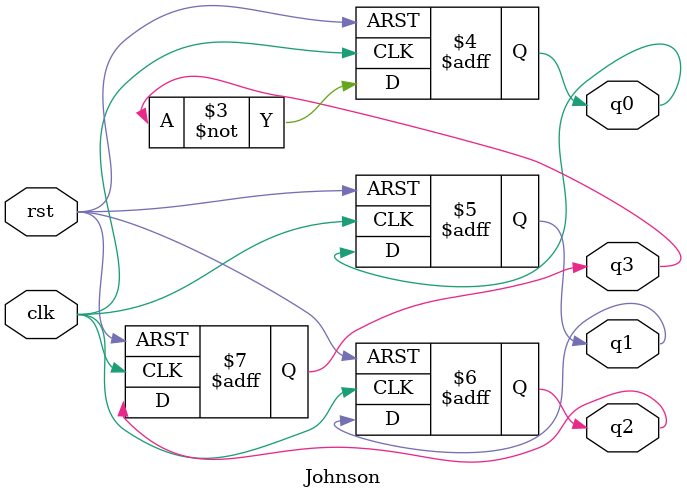
<source format=v>

module Johnson(q0, q1, q2, q3, clk, rst);
input clk, rst;
output reg q0, q1, q2, q3;

	// A johnson counter using behavioral level model logic 
	always @(negedge rst or posedge clk) begin
		if (!rst) begin
			q0 <= 0;
			q1 <= 0;
			q2 <= 0;
			q3 <= 0;
		end else begin
			q0 <= ~q3;
			q1 <= q0;
			q2 <= q1;
			q3 <= q2;
		end
	end

endmodule 
</source>
